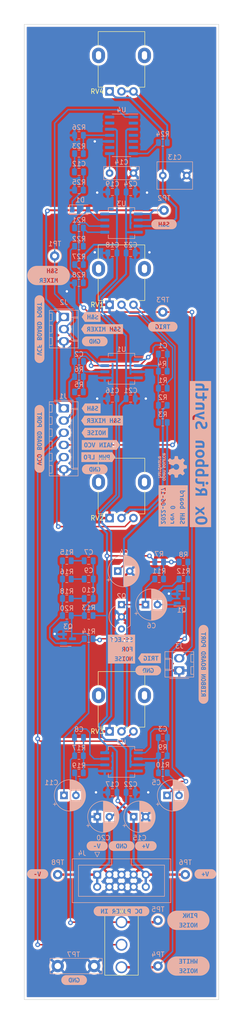
<source format=kicad_pcb>
(kicad_pcb (version 20211014) (generator pcbnew)
  (title_block (title "Josh Ox Ribbon Synth Sample and Hold Board") (date "2022-07-21") (rev "0") (comment 2 "creativecommons.org/licences/by/4.0") (comment 3 "license: CC by 4.0") (comment 4 "Author: Jordan Aceto"))
  (layers (0 "F.Cu" signal) (31 "B.Cu" signal) (34 "B.Paste" user) (35 "F.Paste" user) (36 "B.SilkS" user "B.Silkscreen") (37 "F.SilkS" user "F.Silkscreen") (38 "B.Mask" user) (39 "F.Mask" user) (44 "Edge.Cuts" user))
  (net 0 "")
  (net 1 "Net-(C1-Pad1)")
  (net 2 "Net-(C1-Pad2)")
  (net 3 "Net-(C2-Pad1)")
  (net 4 "/S&H_MIXER")
  (net 5 "Net-(C3-Pad1)")
  (net 6 "Net-(C3-Pad2)")
  (net 7 "Net-(C4-Pad1)")
  (net 8 "GND")
  (net 9 "Net-(C5-Pad1)")
  (net 10 "Net-(C5-Pad2)")
  (net 11 "Net-(C6-Pad1)")
  (net 12 "Net-(C6-Pad2)")
  (net 13 "Net-(C7-Pad1)")
  (net 14 "Net-(C10-Pad2)")
  (net 15 "Net-(C8-Pad1)")
  (net 16 "Net-(C8-Pad2)")
  (net 17 "Net-(C9-Pad1)")
  (net 18 "Net-(C10-Pad1)")
  (net 19 "Net-(C11-Pad2)")
  (net 20 "Net-(C12-Pad1)")
  (net 21 "Net-(C12-Pad2)")
  (net 22 "Net-(C13-Pad1)")
  (net 23 "Net-(C14-Pad1)")
  (net 24 "+15V")
  (net 25 "-15V")
  (net 26 "/S&H")
  (net 27 "/noise_generator/NOISE_OUT")
  (net 28 "/s&h_mixer/MAIN_VCO")
  (net 29 "/s&h_mixer/PWM_LFO")
  (net 30 "/sample_and_hold/TRIGGER_IN")
  (net 32 "Net-(Q3-Pad1)")
  (net 33 "Net-(R1-Pad1)")
  (net 34 "Net-(R2-Pad1)")
  (net 35 "Net-(R3-Pad1)")
  (net 36 "Net-(R21-Pad1)")
  (net 37 "Net-(R23-Pad2)")
  (net 38 "Net-(R24-Pad1)")
  (net 39 "Net-(R24-Pad2)")
  (net 40 "Net-(R27-Pad2)")
  (net 48 "Net-(D1-Pad2)")
  (footprint "Potentiometer_THT:Potentiometer_Alpha_RD901F-40-00D_Single_Vertical" (layer "F.Cu") (at 101.64 179.715 90)
    (fp_text reference "RV3")
    (fp_text value "100k")
  )
  (footprint "custom_footprints:SPDT_mini_toggle" (layer "F.Cu") (at 104.14 224.165 180)
    (fp_text reference "SW1")
    (fp_text value "SW_SPDT")
  )
  (footprint "Potentiometer_THT:Potentiometer_Alpha_RD901F-40-00D_Single_Vertical" (layer "F.Cu") (at 101.64 90.815 90)
    (fp_text reference "RV1")
    (fp_text value "100k")
  )
  (footprint "Potentiometer_THT:Potentiometer_Alpha_RD901F-40-00D_Single_Vertical" (layer "F.Cu") (at 101.64 135.265 90)
    (fp_text reference "RV2")
    (fp_text value "100k")
  )
  (footprint "Potentiometer_THT:Potentiometer_Alpha_RD901F-40-00D_Single_Vertical" (layer "F.Cu") (at 101.64 46.365 90)
    (fp_text reference "RV4")
    (fp_text value "1M")
  )
  (footprint "Resistor_SMD:R_0805_2012Metric" (layer "B.Cu") (at 112.776 108.214 180)
    (fp_text reference "R1")
    (fp_text value "100k")
  )
  (footprint "Resistor_SMD:R_0805_2012Metric" (layer "B.Cu") (at 112.014 144.409)
    (fp_text reference "R7")
    (fp_text value "47")
  )
  (footprint "kibuzzard-62AC78CB" (layer "B.Cu") (at 104.14 217.18 180)
    (fp_text reference "kibuzzard-62AC78CB" hide)
    (fp_text value "G***" hide)
  )
  (footprint "kibuzzard-62AC8121" (layer "B.Cu") (at 109.982 164.475 180)
    (fp_text reference "kibuzzard-62AC8121" hide)
    (fp_text value "G***" hide)
  )
  (footprint "kibuzzard-62AC822A" (layer "B.Cu") (at 86.995 95.895 90)
    (fp_text reference "kibuzzard-62AC822A" hide)
    (fp_text value "G***" hide)
  )
  (footprint "Package_SO:SO-8_5.3x6.2mm_P1.27mm" (layer "B.Cu") (at 104.14 186.065 180)
    (fp_text reference "U2")
    (fp_text value "TL072")
  )
  (footprint "kibuzzard-62AC819F" (layer "B.Cu") (at 99.314 122.565 180)
    (fp_text reference "kibuzzard-62AC819F" hide)
    (fp_text value "G***" hide)
  )
  (footprint "Resistor_SMD:R_0805_2012Metric" (layer "B.Cu") (at 112.776 104.658)
    (fp_text reference "R4")
    (fp_text value "100k")
  )
  (footprint "Package_TO_SOT_SMD:SOT-23" (layer "B.Cu") (at 116.734 152.029)
    (fp_text reference "Q1")
    (fp_text value "MMBT3904")
  )
  (footprint "kibuzzard-62AC755C" (layer "B.Cu") (at 94.234 231.531 180)
    (fp_text reference "kibuzzard-62AC755C" hide)
    (fp_text value "G***" hide)
  )
  (footprint "Resistor_SMD:R_0805_2012Metric" (layer "B.Cu") (at 92.71 147.965)
    (fp_text reference "R16")
    (fp_text value "100k")
  )
  (footprint "Capacitor_SMD:C_0805_2012Metric" (layer "B.Cu") (at 112.776 101.102)
    (fp_text reference "C1")
    (fp_text value "100p")
  )
  (footprint "Capacitor_THT:CP_Radial_D6.3mm_P2.50mm" (layer "B.Cu") (at 113.665 193.05)
    (fp_text reference "C5")
    (fp_text value "10u")
  )
  (footprint "kibuzzard-62AC813F" (layer "B.Cu") (at 97.79 93.355 180)
    (fp_text reference "kibuzzard-62AC813F" hide)
    (fp_text value "G***" hide)
  )
  (footprint "Capacitor_THT:C_Rect_L7.2mm_W2.5mm_P5.00mm_FKS2_FKP2_MKS2_MKP2" (layer "B.Cu") (at 101.64 63.383)
    (fp_text reference "C14")
    (fp_text value "2n2")
  )
  (footprint "Resistor_SMD:R_0805_2012Metric" (layer "B.Cu") (at 95.25 74.813 180)
    (fp_text reference "R21")
    (fp_text value "1M")
  )
  (footprint "Capacitor_THT:CP_Radial_D6.3mm_P2.50mm" (layer "B.Cu") (at 103.359621 146.314)
    (fp_text reference "C4")
    (fp_text value "47u")
  )
  (footprint "kibuzzard-62AC8282" (layer "B.Cu") (at 118.11 228.61 180)
    (fp_text reference "kibuzzard-62AC8282" hide)
    (fp_text value "G***" hide)
  )
  (footprint "kibuzzard-62AC8240" (layer "B.Cu") (at 86.995 118.755 90)
    (fp_text reference "kibuzzard-62AC8240" hide)
    (fp_text value "G***" hide)
  )
  (footprint "Resistor_SMD:R_0805_2012Metric" (layer "B.Cu") (at 97.282 160.411 180)
    (fp_text reference "R14")
    (fp_text value "82k")
  )
  (footprint "Capacitor_SMD:C_0805_2012Metric" (layer "B.Cu") (at 95.25 102.626 180)
    (fp_text reference "C2")
    (fp_text value "100p")
  )
  (footprint "Capacitor_THT:CP_Radial_D6.3mm_P2.50mm" (layer "B.Cu") (at 99.1 197.495)
    (fp_text reference "C20")
    (fp_text value "10u")
  )
  (footprint "Resistor_SMD:R_0805_2012Metric" (layer "B.Cu") (at 95.25 66.939 180)
    (fp_text reference "R25")
    (fp_text value "10k")
  )
  (footprint "kibuzzard-62AC755C" (layer "B.Cu") (at 104.14 203.591 180)
    (fp_text reference "kibuzzard-62AC755C" hide)
    (fp_text value "G***" hide)
  )
  (footprint "Package_SO:SO-8_5.3x6.2mm_P1.27mm" (layer "B.Cu") (at 104.14 73.797 180)
    (fp_text reference "U3")
    (fp_text value "TL072")
  )
  (footprint "kibuzzard-62AC792A" (layer "B.Cu") (at 99.06 203.591 180)
    (fp_text reference "kibuzzard-62AC792A" hide)
    (fp_text value "G***" hide)
  )
  (footprint "TestPoint:TestPoint_Keystone_5000-5004_Miniature" (layer "B.Cu") (at 117.475 209.56)
    (fp_text reference "TP6")
    (fp_text value "V+")
  )
  (footprint "kibuzzard-62AC81C6" (layer "B.Cu") (at 113.03 74.051 180)
    (fp_text reference "kibuzzard-62AC81C6" hide)
    (fp_text value "G***" hide)
  )
  (footprint "Package_SO:SO-8_5.3x6.2mm_P1.27mm" (layer "B.Cu") (at 104.14 104.15 180)
    (fp_text reference "U1")
    (fp_text value "TL072")
  )
  (footprint "Resistor_SMD:R_0805_2012Metric" (layer "B.Cu") (at 112.776 115.326 180)
    (fp_text reference "R3")
    (fp_text value "47k")
  )
  (footprint "Capacitor_THT:CP_Radial_D6.3mm_P2.50mm" (layer "B.Cu") (at 109.154 153.299)
    (fp_text reference "C6")
    (fp_text value "47u")
  )
  (footprint "Connector_Molex:Molex_KK-254_AE-6410-02A_1x02_P2.54mm_Vertical" (layer "B.Cu") (at 116.205 167.015 90)
    (fp_text reference "J3")
    (fp_text value "ribbon_port")
  )
  (footprint "Resistor_SMD:R_0805_2012Metric" (layer "B.Cu") (at 112.014 147.965 180)
    (fp_text reference "R11")
    (fp_text value "47k")
  )
  (footprint "Capacitor_SMD:C_0805_2012Metric" (layer "B.Cu") (at 97.282 147.965)
    (fp_text reference "C9")
    (fp_text value "3n3")
  )
  (footprint "Capacitor_SMD:C_0805_2012Metric" (layer "B.Cu") (at 112.776 180.985)
    (fp_text reference "C3")
    (fp_text value "10p")
  )
  (footprint "Capacitor_SMD:C_0805_2012Metric" (layer "B.Cu") (at 106.045 110.373 180)
    (fp_text reference "C21")
    (fp_text value "100n")
  )
  (footprint "Resistor_SMD:R_0805_2012Metric" (layer "B.Cu") (at 95.25 78.623)
    (fp_text reference "R22")
    (fp_text value "10k")
  )
  (footprint "Resistor_SMD:R_0805_2012Metric" (layer "B.Cu") (at 92.71 152.029)
    (fp_text reference "R18")
    (fp_text value "390k")
  )
  (footprint "Capacitor_SMD:C_0805_2012Metric" (layer "B.Cu") (at 102.235 110.373 180)
    (fp_text reference "C16")
    (fp_text value "100n")
  )
  (footprint "Capacitor_SMD:C_0805_2012Metric" (layer "B.Cu") (at 97.282 144.155)
    (fp_text reference "C7")
    (fp_text value "1n")
  )
  (footprint "TestPoint:TestPoint_Bridge_Pitch7.62mm_Drill1.3mm" (layer "B.Cu") (at 90.805 228.61)
    (fp_text reference "TP7")
    (fp_text value "GND")
  )
  (footprint "Resistor_SMD:R_0805_2012Metric" (layer "B.Cu") (at 95.25 105.801 180)
    (fp_text reference "R6")
    (fp_text value "100k")
  )
  (footprint "Capacitor_SMD:C_0805_2012Metric" (layer "B.Cu") (at 106.045 192.415 180)
    (fp_text reference "C22")
    (fp_text value "100n")
  )
  (footprint "Resistor_SMD:R_0805_2012Metric" (layer "B.Cu") (at 92.71 155.585)
    (fp_text reference "R20")
    (fp_text value "1M")
  )
  (footprint "Resistor_SMD:R_0805_2012Metric" (layer "B.Cu") (at 117.094 144.409)
    (fp_text reference "R8")
    (fp_text value "10k")
  )
  (footprint "Resistor_SMD:R_0805_2012Metric" (layer "B.Cu") (at 97.282 155.585 180)
    (fp_text reference "R13")
    (fp_text value "3k9")
  )
  (footprint "Connector_Molex:Molex_KK-254_AE-6410-06A_1x06_P2.54mm_Vertical" (layer "B.Cu") (at 92.075 112.405 -90)
    (fp_text reference "J1")
    (fp_text value "VCO_port")
  )
  (footprint "Connector_Molex:Molex_KK-254_AE-6410-03A_1x03_P2.54mm_Vertical" (layer "B.Cu") (at 92.095 93.355 -90)
    (fp_text reference "J2")
    (fp_text value "VCF_port")
  )
  (footprint "Resistor_SMD:R_0805_2012Metric" (layer "B.Cu") (at 92.71 144.155)
    (fp_text reference "R15")
    (fp_text value "18k")
  )
  (footprint "Resistor_SMD:R_0805_2012Metric" (layer "B.Cu") (at 95.25 188.351)
    (fp_text reference "R19")
    (fp_text value "10k")
  )
  (footprint "Resistor_SMD:R_0805_2012Metric" (layer "B.Cu") (at 95.25 184.795 180)
    (fp_text reference "R17")
    (fp_text value "470k")
  )
  (footprint "kibuzzard-62AC791A" (layer "B.Cu") (at 121.666 209.433 180)
    (fp_text reference "kibuzzard-62AC791A" hide)
    (fp_text value "G***" hide)
  )
  (footprint "TestPoint:TestPoint_Keystone_5000-5004_Miniature" (layer "B.Cu") (at 112.776 92.339)
    (fp_text reference "TP3")
    (fp_text value "trigger")
  )
  (footprint "Capacitor_SMD:C_0805_2012Metric" (layer "B.Cu") (at 102.235 192.415 180)
    (fp_text reference "C17")
    (fp_text value "100n")
  )
  (footprint "Capacitor_SMD:C_0805_2012Metric" (layer "B.Cu") (at 102.235 67.32 180)
    (fp_text reference "C19")
    (fp_text value "100n")
  )
  (footprint "kibuzzard-62AC813F" (layer "B.Cu") (at 97.79 112.405 180)
    (fp_text reference "kibuzzard-62AC813F" hide)
    (fp_text value "G***" hide)
  )
  (footprint "Capacitor_THT:CP_Radial_D6.3mm_P2.50mm" (layer "B.Cu") (at 106.68 197.495)
    (fp_text reference "C15")
    (fp_text value "10u")
  )
  (footprint "kibuzzard-62AC8151" (layer "B.Cu") (at 100.076 95.895 180)
    (fp_text reference "kibuzzard-62AC8151" hide)
    (fp_text value "G***" hide)
  )
  (footprint "kibuzzard-62AC755C" (layer "B.Cu") (at 109.728 167.015 180)
    (fp_text reference "kibuzzard-62AC755C" hide)
    (fp_text value "G***" hide)
  )
  (footprint "kibuzzard-62AC8271" (layer "B.Cu") (at 118.11 219.085 180)
    (fp_text reference "kibuzzard-62AC8271" hide)
    (fp_text value "G***" hide)
  )
  (footprint "Package_TO_SOT_SMD:SOT-23" (layer "B.Cu") (at 92.964 160.411)
    (fp_text reference "Q3")
    (fp_text value "MMBT3904")
  )
  (footprint "TestPoint:TestPoint_Keystone_5000-5004_Miniature" (layer "B.Cu") (at 90.17 80.655)
    (fp_text reference "TP1")
    (fp_text value "S&H mixer")
  )
  (footprint "TestPoint:TestPoint_Keystone_5000-5004_Miniature" (layer "B.Cu") (at 111.76 219.085)
    (fp_text reference "TP5")
    (fp_text value "pink noise")
  )
  (footprint "kibuzzard-62AC818C" (layer "B.Cu") (at 99.822 120.025 180)
    (fp_text reference "kibuzzard-62AC818C" hide)
    (fp_text value "G***" hide)
  )
  (footprint "TestPoint:TestPoint_Keystone_5000-5004_Miniature" (layer "B.Cu") (at 90.805 209.56)
    (fp_text reference "TP8")
    (fp_text value "V-")
  )
  (footprint "Resistor_SMD:R_0805_2012Metric" (layer "B.Cu") (at 112.776 57.033)
    (fp_text reference "R24")
    (fp_text value "150")
  )
  (footprint "Resistor_SMD:R_0805_2012Metric" (layer "B.Cu") (at 117.094 147.965 180)
    (fp_text reference "R12")
    (fp_text value "150k")
  )
  (footprint "Resistor_SMD:R_0805_2012Metric" (layer "B.Cu") (at 95.25 82.433 180)
    (fp_text reference "R27")
    (fp_text value "100k")
  )
  (footprint "Capacitor_THT:CP_Radial_D6.3mm_P2.50mm" (layer "B.Cu") (at 92.115 193.05)
    (fp_text reference "C11")
    (fp_text value "10u")
  )
  (footprint "TestPoint:TestPoint_Keystone_5000-5004_Miniature" (layer "B.Cu") (at 111.76 228.61)
    (fp_text reference "TP4")
    (fp_text value "white noise")
  )
  (footprint "kibuzzard-62AC791A" (layer "B.Cu") (at 109.22 203.591 180)
    (fp_text reference "kibuzzard-62AC791A" hide)
    (fp_text value "G***" hide)
  )
  (footprint "Capacitor_SMD:C_0805_2012Metric" (layer "B.Cu") (at 95.25 63.129 180)
    (fp_text reference "C12")
    (fp_text value "2n2")
  )
  (footprint "kibuzzard-62AC792A" (layer "B.Cu") (at 86.614 209.433 180)
    (fp_text reference "kibuzzard-62AC792A" hide)
    (fp_text value "G***" hide)
  )
  (footprint "Connector_IDC:IDC-Header_2x05_P2.54mm_Vertical" (layer "B.Cu") (at 99.06 209.56 -90)
    (fp_text reference "J4")
    (fp_text value "power_entry")
  )
  (footprint "Symbol:OSHW-Logo_5.7x6mm_SilkScreen" (layer "B.Cu") (at 114.808 124.597 90)
    (fp_text reference "REF**" hide)
    (fp_text value "OSHW-Logo_5.7x6mm_SilkScreen" hide)
  )
  (footprint "Resistor_SMD:R_0805_2012Metric" (layer "B.Cu") (at 95.25 86.243 180)
    (fp_text reference "R28")
    (fp_text value "10k")
  )
  (footprint "Capacitor_THT:C_Rect_L7.2mm_W5.5mm_P5.00mm_FKS2_FKP2_MKS2_MKP2" (layer "B.Cu") (at 112.776 63.891)
    (fp_text reference "C13")
    (fp_text value "470n")
  )
  (footprint "kibuzzard-62AC755C" (layer "B.Cu") (at 98.552 98.435 180)
    (fp_text reference "kibuzzard-62AC755C" hide)
    (fp_text value "G***" hide)
  )
  (footprint "Resistor_SMD:R_0805_2012Metric" (layer "B.Cu") (at 95.25 108.976)
    (fp_text reference "R5")
    (fp_text value "100k")
  )
  (footprint "kibuzzard-62AC7A9F" (layer "B.Cu") (at 120.65 121.93 90)
    (fp_text reference "kibuzzard-62AC7A9F" hide)
    (fp_text value "G***" hide)
  )
  (footprint "kibuzzard-62AC82DF" (layer "B.Cu") (at 114.935 132.725 90)
    (fp_text reference "kibuzzard-62AC82DF" hide)
    (fp_text value "G***" hide)
  )
  (footprint "Capacitor_SMD:C_0805_2012Metric" (layer "B.Cu") (at 102.235 80.02 180)
    (fp_text reference "C18")
    (fp_text value "100n")
  )
  (footprint "Capacitor_SMD:C_0805_2012Metric" (layer "B.Cu") (at 106.045 80.02 180)
    (fp_text reference "C23")
    (fp_text value "100n")
  )
  (footprint "Resistor_SMD:R_0805_2012Metric" (layer "B.Cu") (at 95.25 59.319)
    (fp_text reference "R23")
    (fp_text value "5k6")
  )
  (footprint "Capacitor_SMD:C_0805_2012Metric" (layer "B.Cu") (at 97.282 152.029)
    (fp_text reference "C10")
    (fp_text value "47n")
  )
  (footprint "kibuzzard-62AC8170" (layer "B.Cu") (at 98.552 117.485 180)
    (fp_text reference "kibuzzard-62AC8170" hide)
    (fp_text value "G***" hide)
  )
  (footprint "Capacitor_SMD:C_0805_2012Metric" (layer "B.Cu") (at 106.045 67.32 180)
    (fp_text reference "C24")
    (fp_text value "100n")
  )
  (footprint "Resistor_SMD:R_0805_2012Metric" (layer "B.Cu") (at 112.776 188.351 180)
    (fp_text reference "R10")
    (fp_text value "33k")
  )
  (footprint "Capacitor_SMD:C_0805_2012Metric" (layer "B.Cu") (at 95.25 180.985 180)
    (fp_text reference "C8")
    (fp_text value "10p")
  )
  (footprint "Resistor_SMD:R_0805_2012Metric" (layer "B.Cu") (at 112.776 184.795)
    (fp_text reference "R9")
    (fp_text value "470k")
  )
  (footprint "Package_SO:SOIC-14_3.9x8.7mm_P1.27mm" (layer "B.Cu") (at 104.14 55.509 180)
    (fp_text reference "U4")
    (fp_text value "LF398_SOIC14")
  )
  (footprint "kibuzzard-62AC81E3" (layer "B.Cu") (at 88.9 84.719 180)
    (fp_text reference "kibuzzard-62AC81E3" hide)
    (fp_text value "G***" hide)
  )
  (footprint "kibuzzard-62AC8254" (layer "B.Cu") (at 121.285 165.745 90)
    (fp_text reference "kibuzzard-62AC8254" hide)
    (fp_text value "G***" hide)
  )
  (footprint "Resistor_SMD:R_0805_2012Metric" (layer "B.Cu") (at 95.25 55.509 180)
    (fp_text reference "R26")
    (fp_text value "1k8")
  )
  (footprint "Package_TO_SOT_THT:TO-92_Inline_Wide" (layer "B.Cu") (at 104.14 153.299 -90)
    (fp_text reference "Q2")
    (fp_text value "2N3904")
  )
  (footprint "kibuzzard-62AC8151" (layer "B.Cu") (at 100.076 114.945 180)
    (fp_text reference "kibuzzard-62AC8151" hide)
    (fp_text value "G***" hide)
  )
  (footprint "kibuzzard-62AC82BB" (layer "B.Cu") (at 104.14 162.57 180)
    (fp_text reference "kibuzzard-62AC82BB" hide)
    (fp_text value "G***" hide)
  )
  (footprint "Diode_SMD:D_SOD-123" (layer "B.Cu") (at 95.504 71.003)
    (fp_text reference "D1")
    (fp_text value "1N4148W")
  )
  (footprint "Resistor_SMD:R_0805_2012Metric" (layer "B.Cu") (at 112.776 111.77 180)
    (fp_text reference "R2")
    (fp_text value "100k")
  )
  (footprint "TestPoint:TestPoint_Keystone_5000-5004_Miniature" (layer "B.Cu") (at 113.03 71.13)
    (fp_text reference "TP2")
    (fp_text value "S&H")
  )
  (footprint "kibuzzard-62AC8211" (layer "B.Cu") (at 112.776 95.387 180)
    (fp_text reference "kibuzzard-62AC8211" hide)
    (fp_text value "G***" hide)
  )
  (footprint "kibuzzard-62AC755C" (layer "B.Cu") (at 98.552 125.105 180)
    (fp_text reference "kibuzzard-62AC755C" hide)
    (fp_text value "G***" hide)
  )
  (gr_line (start 83.82 235.595) (end 124.46 235.595) (layer "Edge.Cuts") (width 0.1))
  (gr_line (start 124.46 32.395) (end 83.82 32.395) (layer "Edge.Cuts") (width 0.1))
  (gr_line (start 124.46 235.595) (end 124.46 32.395) (layer "Edge.Cuts") (width 0.1))
  (gr_line (start 83.82 32.395) (end 83.82 235.595) (layer "Edge.Cuts") (width 0.1))
  (segment (start 111.826 101.102) (end 111.826 103.835) (width 0.3) (layer "B.Cu") (net 1))
  (segment (start 111.826 103.835) (end 111.826 115.2885) (width 0.3) (layer "B.Cu") (net 1))
  (segment (start 111.506 103.515) (end 111.826 103.835) (width 0.3) (layer "B.Cu") (net 1))
  (segment (start 107.64 103.515) (end 111.506 103.515) (width 0.3) (layer "B.Cu") (net 1))
  (segment (start 111.826 115.2885) (end 111.8635 115.326) (width 0.3) (layer "B.Cu") (net 1))
  (segment (start 97.79 103.515) (end 107.95 103.515) (width 0.3) (layer "F.Cu") (net 2))
  (segment (start 107.95 103.515) (end 109.728 101.737) (width 0.3) (layer "F.Cu") (net 2))
  (via (at 109.728 101.737) (size 1) (drill 0.5) (layers "F.Cu" "B.Cu") (net 2))
  (via (at 97.79 103.515) (size 1) (drill 0.5) (layers "F.Cu" "B.Cu") (net 2))
  (segment (start 110.744 99.705) (end 111.252 99.197) (width 0.3) (layer "B.Cu") (net 2))
  (segment (start 110.744 100.721) (end 110.744 99.705) (width 0.3) (layer "B.Cu") (net 2))
  (segment (start 95.25 102.003151) (end 95.701671 101.55148) (width 0.3) (layer "B.Cu") (net 2))
  (segment (start 96.698329 101.55148) (end 97.79 102.643151) (width 0.3) (layer "B.Cu") (net 2))
  (segment (start 111.252 99.197) (end 112.687433 99.197) (width 0.3) (layer "B.Cu") (net 2))
  (segment (start 94.3375 108.976) (end 95.25 108.0635) (width 0.3) (layer "B.Cu") (net 2))
  (segment (start 95.25 108.0635) (end 95.25 102.003151) (width 0.3) (layer "B.Cu") (net 2))
  (segment (start 112.687433 99.197) (end 113.726 100.235567) (width 0.3) (layer "B.Cu") (net 2))
  (segment (start 109.22 102.245) (end 110.744 100.721) (width 0.3) (layer "B.Cu") (net 2))
  (segment (start 113.726 100.235567) (end 113.726 101.102) (width 0.3) (layer "B.Cu") (net 2))
  (segment (start 97.79 102.643151) (end 97.79 103.515) (width 0.3) (layer "B.Cu") (net 2))
  (segment (start 95.701671 101.55148) (end 96.698329 101.55148) (width 0.3) (layer "B.Cu") (net 2))
  (segment (start 107.64 102.245) (end 109.22 102.245) (width 0.3) (layer "B.Cu") (net 2))
  (segment (start 113.726 101.102) (end 113.726 104.6205) (width 0.3) (layer "B.Cu") (net 2))
  (segment (start 113.726 104.6205) (end 113.6885 104.658) (width 0.3) (layer "B.Cu") (net 2))
  (segment (start 100.64 104.785) (end 96.52 104.785) (width 0.3) (layer "B.Cu") (net 3))
  (segment (start 96.2 102.626) (end 96.2 104.465) (width 0.3) (layer "B.Cu") (net 3))
  (segment (start 96.2 104.465) (end 96.2 108.9385) (width 0.3) (layer "B.Cu") (net 3))
  (segment (start 96.2 108.9385) (end 96.1625 108.976) (width 0.3) (layer "B.Cu") (net 3))
  (segment (start 96.52 104.785) (end 96.2 104.465) (width 0.3) (layer "B.Cu") (net 3))
  (segment (start 93.98 94.01) (end 93.98 92.339) (width 0.3) (layer "B.Cu") (net 4))
  (segment (start 94.3 98.1) (end 92.095 95.895) (width 0.3) (layer "B.Cu") (net 4))
  (segment (start 94.3 102.626) (end 94.3 98.1) (width 0.3) (layer "B.Cu") (net 4))
  (segment (start 90.17 88.529) (end 90.17 80.655) (width 0.3) (layer "B.Cu") (net 4))
  (segment (start 92.095 95.895) (end 93.98 94.01) (width 0.3) (layer "B.Cu") (net 4))
  (segment (start 104.902 51.699) (end 106.615 51.699) (width 0.3) (layer "B.Cu") (net 4))
  (segment (start 96.774 100.721) (end 94.3 100.721) (width 0.3) (layer "B.Cu") (net 4))
  (segment (start 94.3 100.721) (end 94.3 102.626) (width 0.3) (layer "B.Cu") (net 4))
  (segment (start 92.075 114.945) (end 92.456 114.945) (width 0.4) (layer "B.Cu") (net 4))
  (segment (start 92.964 50.175) (end 103.378 50.175) (width 0.3) (layer "B.Cu") (net 4))
  (segment (start 99.568 103.515) (end 96.774 100.721) (width 0.3) (layer "B.Cu") (net 4))
  (segment (start 92.456 114.945) (end 93.98 113.421) (width 0.4) (layer "B.Cu") (net 4))
  (segment (start 93.218 110.057279) (end 93.218 106.9205) (width 0.4) (layer "B.Cu") (net 4))
  (segment (start 93.98 92.339) (end 90.17 88.529) (width 0.3) (layer "B.Cu") (net 4))
  (segment (start 93.98 110.819279) (end 93.218 110.057279) (width 0.4) (layer "B.Cu") (net 4))
  (segment (start 93.218 106.9205) (end 94.3375 105.801) (width 0.4) (layer "B.Cu") (net 4))
  (segment (start 94.3 105.7635) (end 94.3375 105.801) (width 0.3) (layer "B.Cu") (net 4))
  (segment (start 100.64 103.515) (end 99.568 103.515) (width 0.3) (layer "B.Cu") (net 4))
  (segment (start 103.378 50.175) (end 104.902 51.699) (width 0.3) (layer "B.Cu") (net 4))
  (segment (start 93.98 113.421) (end 93.98 110.819279) (width 0.4) (layer "B.Cu") (net 4))
  (segment (start 90.17 80.655) (end 90.17 52.969) (width 0.3) (layer "B.Cu") (net 4))
  (segment (start 90.17 52.969) (end 92.964 50.175) (width 0.3) (layer "B.Cu") (net 4))
  (segment (start 94.3 102.626) (end 94.3 105.7635) (width 0.3) (layer "B.Cu") (net 4))
  (segment (start 111.826 180.985) (end 111.826 188.3135) (width 0.3) (layer "B.Cu") (net 5))
  (segment (start 111.2285 185.43) (end 111.8635 184.795) (width 0.3) (layer "B.Cu") (net 5))
  (segment (start 111.826 188.3135) (end 111.8635 188.351) (width 0.3) (layer "B.Cu") (net 5))
  (segment (start 107.64 185.43) (end 111.2285 185.43) (width 0.3) (layer "B.Cu") (net 5))
  (segment (start 104.14 228.865) (end 111.505 228.865) (width 0.5) (layer "F.Cu") (net 6))
  (segment (start 111.505 228.865) (end 111.76 228.61) (width 0.5) (layer "F.Cu") (net 6))
  (segment (start 110.236 183.017) (end 110.236 179.969) (width 0.3) (layer "B.Cu") (net 6))
  (segment (start 113.6885 184.795) (end 112.776 185.7075) (width 0.3) (layer "B.Cu") (net 6))
  (segment (start 109.093 184.16) (end 110.236 183.017) (width 0.3) (layer "B.Cu") (net 6))
  (segment (start 113.284 179.207) (end 113.726 179.649) (width 0.3) (layer "B.Cu") (net 6))
  (segment (start 110.998 179.207) (end 113.284 179.207) (width 0.3) (layer "B.Cu") (net 6))
  (segment (start 114.814511 191.900489) (end 114.814511 225.555489) (width 0.3) (layer "B.Cu") (net 6))
  (segment (start 112.776 189.861978) (end 114.814511 191.900489) (width 0.3) (layer "B.Cu") (net 6))
  (segment (start 113.726 180.985) (end 113.726 184.7575) (width 0.3) (layer "B.Cu") (net 6))
  (segment (start 113.726 184.7575) (end 113.6885 184.795) (width 0.3) (layer "B.Cu") (net 6))
  (segment (start 114.814511 225.555489) (end 111.76 228.61) (width 0.3) (layer "B.Cu") (net 6))
  (segment (start 110.236 179.969) (end 110.998 179.207) (width 0.3) (layer "B.Cu") (net 6))
  (segment (start 113.726 179.649) (end 113.726 180.985) (width 0.3) (layer "B.Cu") (net 6))
  (segment (start 112.776 185.7075) (end 112.776 189.861978) (width 0.3) (layer "B.Cu") (net 6))
  (segment (start 107.64 184.16) (end 109.093 184.16) (width 0.3) (layer "B.Cu") (net 6))
  (segment (start 105.264621 144.409) (end 114.554 144.409) (width 0.3) (layer "F.Cu") (net 7))
  (segment (start 103.359621 146.314) (end 105.264621 144.409) (width 0.3) (layer "F.Cu") (net 7))
  (via (at 114.554 144.409) (size 1) (drill 0.5) (layers "F.Cu" "B.Cu") (net 7))
  (segment (start 112.9265 147.965) (end 112.9265 144.409) (width 0.3) (layer "B.Cu") (net 7))
  (segment (start 116.1815 144.409) (end 114.554 144.409) (width 0.3) (layer "B.Cu") (net 7))
  (segment (start 114.554 144.409) (end 112.9265 144.409) (width 0.3) (layer "B.Cu") (net 7))
  (via (at 109.728 192.415) (size 1) (drill 0.5) (layers "F.Cu" "B.Cu") (net 8))
  (via (at 92.71 88.021) (size 1) (drill 0.5) (layers "F.Cu" "B.Cu") (net 8))
  (via (at 98.552 79.893) (size 1) (drill 0.5) (layers "F.Cu" "B.Cu") (net 8))
  (via (at 114.046 151.013) (size 1) (drill 0.5) (layers "F.Cu" "B.Cu") (net 8))
  (via (at 109.474 67.447) (size 1) (drill 0.5) (layers "F.Cu" "B.Cu") (net 8))
  (via (at 99.06 67.447) (size 1) (drill 0.5) (layers "F.Cu" "B.Cu") (net 8))
  (via (at 99.06 110.373) (size 1) (drill 0.5) (layers "F.Cu" "B.Cu") (net 8))
  (via (at 98.806 192.415) (size 1) (drill 0.5) (layers "F.Cu" "B.Cu") (net 8))
  (via (at 98.552 56.779) (size 1) (drill 0.5) (layers "F.Cu" "B.Cu") (net 8))
  (via (at 90.17 159.395) (size 1) (drill 0.5) (layers "F.Cu" "B.Cu") (net 8))
  (via (at 109.22 110.373) (size 1) (drill 0.5) (layers "F.Cu" "B.Cu") (net 8))
  (via (at 109.982 79.893) (size 1) (drill 0.5) (layers "F.Cu" "B.Cu") (net 8))
  (segment (start 117.602 190.129) (end 116.586 190.129) (width 0.3) (layer "F.Cu") (net 9))
  (segment (start 117.348 160.411) (end 99.822 160.411) (width 0.3) (layer "F.Cu") (net 9))
  (segment (start 116.586 190.129) (end 113.665 193.05) (width 0.3) (layer "F.Cu") (net 9))
  (segment (start 99.822 160.411) (end 99.568 160.665) (width 0.3) (layer "F.Cu") (net 9))
  (via (at 117.602 190.129) (size 1) (drill 0.5) (layers "F.Cu" "B.Cu") (net 9))
  (via (at 117.348 160.411) (size 1) (drill 0.5) (layers "F.Cu" "B.Cu") (net 9))
  (via (at 99.568 160.665) (size 1) (drill 0.5) (layers "F.Cu" "B.Cu") (net 9))
  (segment (start 117.348 160.411) (end 114.76048 162.99852) (width 0.3) (layer "B.Cu") (net 9))
  (segment (start 114.76048 162.99852) (end 114.76048 187.28748) (width 0.3) (layer "B.Cu") (net 9))
  (segment (start 117.6715 148.3) (end 118.0065 147.965) (width 0.3) (layer "B.Cu") (net 9))
  (segment (start 114.76048 187.28748) (end 117.602 190.129) (width 0.3) (layer "B.Cu") (net 9))
  (segment (start 117.6715 152.029) (end 117.6715 160.0875) (width 0.3) (layer "B.Cu") (net 9))
  (segment (start 117.6715 152.029) (end 117.6715 148.3) (width 0.3) (layer "B.Cu") (net 9))
  (segment (start 98.4485 160.665) (end 98.1945 160.411) (width 0.3) (layer "B.Cu") (net 9))
  (segment (start 117.6715 160.0875) (end 117.348 160.411) (width 0.3) (layer "B.Cu") (net 9))
  (segment (start 99.568 160.665) (end 98.4485 160.665) (width 0.3) (layer "B.Cu") (net 9))
  (segment (start 118.0065 147.965) (end 118.0065 144.409) (width 0.3) (layer "B.Cu") (net 9))
  (segment (start 116.165 193.05) (end 116.165 190.8275) (width 0.3) (layer "B.Cu") (net 10))
  (segment (start 116.165 190.8275) (end 113.6885 188.351) (width 0.3) (layer "B.Cu") (net 10))
  (segment (start 104.14 153.299) (end 109.154 153.299) (width 0.3) (layer "F.Cu") (net 11))
  (segment (start 109.154 149.9125) (end 109.154 153.299) (width 0.3) (layer "B.Cu") (net 11))
  (segment (start 111.1015 147.965) (end 109.154 149.9125) (width 0.3) (layer "B.Cu") (net 11))
  (segment (start 114.70948 149.43702) (end 112.82798 149.43702) (width 0.3) (layer "B.Cu") (net 12))
  (segment (start 115.7965 152.979) (end 115.4765 153.299) (width 0.3) (layer "B.Cu") (net 12))
  (segment (start 112.82798 149.43702) (end 111.654 150.611) (width 0.3) (layer "B.Cu") (net 12))
  (segment (start 111.654 150.611) (end 111.654 153.299) (width 0.3) (layer "B.Cu") (net 12))
  (segment (start 116.1815 147.965) (end 114.70948 149.43702) (width 0.3) (layer "B.Cu") (net 12))
  (segment (start 115.4765 153.299) (end 111.654 153.299) (width 0.3) (layer "B.Cu") (net 12))
  (segment (start 96.332 144.155) (end 93.6225 144.155) (width 0.3) (layer "B.Cu") (net 13))
  (segment (start 97.282 159.763151) (end 96.880329 159.36148) (width 0.3) (layer "B.Cu") (net 14))
  (segment (start 92.115 193.05) (end 92.115 181.072) (width 0.3) (layer "B.Cu") (net 14))
  (segment (start 98.232 152.029) (end 98.232 144.155) (width 0.3) (layer "B.Cu") (net 14))
  (segment (start 97.282 175.905) (end 97.282 159.763151) (width 0.3) (layer "B.Cu") (net 14))
  (segment (start 93.726 155.6885) (end 93.726 160.2355) (width 0.3) (layer "B.Cu") (net 14))
  (segment (start 93.726 159.36148) (end 93.726 160.2355) (width 0.3) (layer "B.Cu") (net 14))
  (segment (start 96.880329 159.36148) (end 93.726 159.36148) (width 0.3) (layer "B.Cu") (net 14))
  (segment (start 93.6225 155.585) (end 93.726 155.6885) (width 0.3) (layer "B.Cu") (net 14))
  (segment (start 93.6225 155.585) (end 96.3695 155.585) (width 0.3) (layer "B.Cu") (net 14))
  (segment (start 96.3695 153.8915) (end 98.232 152.029) (width 0.3) (layer "B.Cu") (net 14))
  (segment (start 96.3695 155.585) (end 96.3695 153.8915) (width 0.3) (layer "B.Cu") (net 14))
  (segment (start 92.115 181.072) (end 97.282 175.905) (width 0.3) (layer "B.Cu") (net 14))
  (segment (start 93.726 160.2355) (end 93.9015 160.411) (width 0.3) (layer "B.Cu") (net 14))
  (segment (start 96.2 186.639) (end 96.2 188.3135) (width 0.3) (layer "B.Cu") (net 15))
  (segment (start 96.261 186.7) (end 96.2 186.639) (width 0.3) (layer "B.Cu") (net 15))
  (segment (start 96.2 188.3135) (end 96.1625 188.351) (width 0.3) (layer "B.Cu") (net 15))
  (segment (start 96.2 180.985) (end 96.2 186.639) (width 0.3) (layer "B.Cu") (net 15))
  (segment (start 100.64 186.7) (end 96.261 186.7) (width 0.3) (layer "B.Cu") (net 15))
  (segment (start 93.472 219.593) (end 93.6 219.465) (width 0.3) (layer "F.Cu") (net 16))
  (segment (start 111.38 219.465) (end 111.76 219.085) (width 0.5) (layer "F.Cu") (net 16))
  (segment (start 93.6 219.465) (end 104.14 219.465) (width 0.3) (layer "F.Cu") (net 16))
  (segment (start 104.14 219.465) (end 111.38 219.465) (width 0.5) (layer "F.Cu") (net 16))
  (via (at 93.472 219.593) (size 1) (drill 0.5) (layers "F.Cu" "B.Cu") (net 16))
  (segment (start 100.64 185.43) (end 98.425 185.43) (width 0.3) (layer "B.Cu") (net 16))
  (segment (start 93.465489 185.667011) (end 93.465489 219.586489) (width 0.3) (layer "B.Cu") (net 16))
  (segment (start 96.774 179.207) (end 94.742 179.207) (width 0.3) (layer "B.Cu") (net 16))
  (segment (start 94.3375 184.795) (end 93.465489 185.667011) (width 0.3) (layer "B.Cu") (net 16))
  (segment (start 94.3 180.985) (end 94.3 184.7575) (width 0.3) (layer "B.Cu") (net 16))
  (segment (start 94.3 179.649) (end 94.3 180.985) (width 0.3) (layer "B.Cu") (net 16))
  (segment (start 98.425 185.43) (end 97.536 184.541) (width 0.3) (layer "B.Cu") (net 16))
  (segment (start 93.465489 219.586489) (end 93.472 219.593) (width 0.3) (layer "B.Cu") (net 16))
  (segment (start 97.536 179.969) (end 96.774 179.207) (width 0.3) (layer "B.Cu") (net 16))
  (segment (start 94.742 179.207) (end 94.3 179.649) (width 0.3) (layer "B.Cu") (net 16))
  (segment (start 94.3 184.7575) (end 94.3375 184.795) (width 0.3) (layer "B.Cu") (net 16))
  (segment (start 97.536 184.541) (end 97.536 179.969) (width 0.3) (layer "B.Cu") (net 16))
  (segment (start 93.6225 147.965) (end 96.332 147.965) (width 0.3) (layer "B.Cu") (net 17))
  (segment (start 93.6225 152.029) (end 96.332 152.029) (width 0.3) (layer "B.Cu") (net 18))
  (segment (start 94.615 193.05) (end 94.615 188.6285) (width 0.3) (layer "B.Cu") (net 19))
  (segment (start 94.615 188.6285) (end 94.3375 188.351) (width 0.3) (layer "B.Cu") (net 19))
  (segment (start 96.2 66.9015) (end 96.1625 66.939) (width 0.3) (layer "B.Cu") (net 20))
  (segment (start 93.854 69.2475) (end 96.1625 66.939) (width 0.3) (layer "B.Cu") (net 20))
  (segment (start 93.854 71.003) (end 93.854 69.2475) (width 0.3) (layer "B.Cu") (net 20))
  (segment (start 96.2 63.129) (end 96.2 66.9015) (width 0.3) (layer "B.Cu") (net 20))
  (segment (start 94.3375 59.319) (end 94.3375 63.0915) (width 0.3) (layer "B.Cu") (net 21))
  (segment (start 94.3375 63.0915) (end 94.3 63.129) (width 0.3) (layer "B.Cu") (net 21))
  (segment (start 101.64 46.365) (end 102.939511 47.664511) (width 0.4) (layer "B.Cu") (net 22))
  (segment (start 105.947511 47.664511) (end 112.77648 54.49348) (width 0.4) (layer "B.Cu") (net 22))
  (segment (start 113.919 74.432) (end 113.792 74.432) (width 0.4) (layer "B.Cu") (net 22))
  (segment (start 112.77648 54.49348) (end 112.77648 67.70148) (width 0.4) (layer "B.Cu") (net 22))
  (segment (start 113.792 74.432) (end 107.64 74.432) (width 0.4) (layer "B.Cu") (net 22))
  (segment (start 115.57 72.781) (end 113.919 74.432) (width 0.4) (layer "B.Cu") (net 22))
  (segment (start 112.77648 67.70148) (end 115.57 70.495) (width 0.4) (layer "B.Cu") (net 22))
  (segment (start 102.939511 47.664511) (end 105.947511 47.664511) (width 0.4) (layer "B.Cu") (net 22))
  (segment (start 115.57 70.495) (end 115.57 72.781) (width 0.4) (layer "B.Cu") (net 22))
  (segment (start 101.665 59.319) (end 101.64 59.344) (width 0.3) (layer "B.Cu") (net 23))
  (segment (start 101.64 59.344) (end 101.64 63.383) (width 0.3) (layer "B.Cu") (net 23))
  (segment (start 101.10704 143.139) (end 101.09952 143.14652) (width 0.3) (layer "F.Cu") (net 24))
  (segment (start 106.68 197.495) (end 103.378 194.193) (width 0.5) (layer "F.Cu") (net 24))
  (segment (start 109.982 143.139) (end 101.10704 143.139) (width 0.3) (layer "F.Cu") (net 24))
  (segment (start 117.475 209.56) (end 109.22 209.56) (width 0.5) (layer "F.Cu") (net 24))
  (via (at 101.09952 143.14652) (size 1) (drill 0.5) (layers "F.Cu" "B.Cu") (net 24))
  (via (at 103.378 194.193) (size 1) (drill 0.5) (layers "F.Cu" "B.Cu") (net 24))
  (via (at 109.982 143.139) (size 1) (drill 0.5) (layers "F.Cu" "B.Cu") (net 24))
  (segment (start 101.092 182.763) (end 99.47649 181.14749) (width 0.4) (layer "B.Cu") (net 24))
  (segment (start 101.092 182.763) (end 101.092 183.708) (width 0.4) (layer "B.Cu") (net 24))
  (segment (start 111.1015 144.2585) (end 109.982 143.139) (width 0.3) (layer "B.Cu") (net 24))
  (segment (start 103.185 183.84) (end 102.108 182.763) (width 0.4) (layer "B.Cu") (net 24))
  (segment (start 101.09952 143.14652) (end 101.09952 138.435867) (width 0.4) (layer "B.Cu") (net 24))
  (segment (start 96.1625 82.433) (end 96.1625 80.5045) (width 0.4) (layer "B.Cu") (net 24))
  (segment (start 103.032489 130.444675) (end 103.032489 110.525511) (width 0.4) (layer "B.Cu") (net 24))
  (segment (start 101.09952 176.573644) (end 101.09952 155.59252) (width 0.4) (layer "B.Cu") (net 24))
  (segment (start 103.185 67.32) (end 103.185 54.554) (width 0.4) (layer "B.Cu") (net 24))
  (segment (start 102.108 182.763) (end 101.092 182.763) (width 0.4) (layer "B.Cu") (net 24))
  (segment (start 96.1625 80.5045) (end 98.359 78.308) (width 0.4) (layer "B.Cu") (net 24))
  (segment (start 111.1015 144.409) (end 111.1015 144.2585) (width 0.3) (layer "B.Cu") (net 24))
  (segment (start 100.64 102.245) (end 103.124 102.245) (width 0.4) (layer "B.Cu") (net 24))
  (segment (start 103.378 194.193) (end 103.378 192.608) (width 0.5) (layer "B.Cu") (net 24))
  (segment (start 103.119 71.892) (end 103.185 71.958) (width 0.4) (layer "B.Cu") (net 24))
  (segment (start 106.68 207.02) (end 109.22 209.56) (width 0.5) (layer "B.Cu") (net 24))
  (segment (start 103.185 54.554) (end 102.87 54.239) (width 0.4) (layer "B.Cu") (net 24))
  (segment (start 103.124 102.245) (end 103.185 102.184) (width 0.4) (layer "B.Cu") (net 24))
  (segment (start 100.64 71.892) (end 103.119 71.892) (width 0.4) (layer "B.Cu") (net 24))
  (segment (start 103.185 85.42) (end 103.185 80.02) (width 0.4) (layer "B.Cu") (net 24))
  (segment (start 101.092 155.585) (end 101.09952 155.59252) (width 0.3) (layer "B.Cu") (net 24))
  (segment (start 103.185 192.415) (end 103.185 183.84) (width 0.4) (layer "B.Cu") (net 24))
  (segment (start 99.47649 134.000674) (end 103.032489 130.444675) (width 0.4) (layer "B.Cu") (net 24))
  (segment (start 98.1945 155.585) (end 101.092 155.585) (width 0.3) (layer "B.Cu") (net 24))
  (segment (start 99.47649 89.12851) (end 103.185 85.42) (width 0.4) (layer "B.Cu") (net 24))
  (segment (start 99.47649 92.50149) (end 99.47649 89.12851) (width 0.4) (layer "B.Cu") (net 24))
  (segment (start 98.359 78.308) (end 103.185 78.308) (width 0.4) (layer "B.Cu") (net 24))
  (segment (start 103.185 110.373) (end 103.185 102.184) (width 0.4) (layer "B.Cu") (net 24))
  (segment (start 103.185 102.184) (end 103.185 96.21) (width 0.4) (layer "B.Cu") (net 24))
  (segment (start 103.185 78.308) (end 103.185 71.958) (width 0.4) (layer "B.Cu") (net 24))
  (segment (start 99.47649 178.196674) (end 101.09952 176.573644) (width 0.4) (layer "B.Cu") (net 24))
  (segment (start 103.378 192.608) (end 103.185 192.415) (width 0.5) (layer "B.Cu") (net 24))
  (segment (start 101.092 183.708) (end 100.64 184.16) (width 0.4) (layer "B.Cu") (net 24))
  (segment (start 103.185 96.21) (end 99.47649 92.50149) (width 0.4) (layer "B.Cu") (net 24))
  (segment (start 101.09952 138.435867) (end 99.476489 136.812836) (width 0.4) (layer "B.Cu") (net 24))
  (segment (start 103.185 80.02) (end 103.185 78.308) (width 0.4) (layer "B.Cu") (net 24))
  (segment (start 106.68 197.495) (end 106.68 207.02) (width 0.5) (layer "B.Cu") (net 24))
  (segment (start 101.09952 155.59252) (end 101.09952 143.14652) (width 0.4) (layer "B.Cu") (net 24))
  (segment (start 102.87 54.239) (end 101.665 54.239) (width 0.4) (layer "B.Cu") (net 24))
  (segment (start 99.476489 136.812836) (end 99.47649 134.000674) (width 0.4) (layer "B.Cu") (net 24))
  (segment (start 109.22 212.1) (end 109.22 209.56) (width 0.5) (layer "B.Cu") (net 24))
  (segment (start 103.185 71.958) (end 103.185 67.32) (width 0.4) (layer "B.Cu") (net 24))
  (segment (start 99.47649 181.14749) (end 99.47649 178.196674) (width 0.4) (layer "B.Cu") (net 24))
  (segment (start 103.032489 110.525511) (end 103.185 110.373) (width 0.4) (layer "B.Cu") (net 24))
  (segment (start 90.805 209.56) (end 99.06 209.56) (width 0.5) (layer "F.Cu") (net 25))
  (segment (start 105.156 106.055) (end 105.095 105.994) (width 0.4) (layer "B.Cu") (net 25))
  (segment (start 101.999021 138.204021) (end 100.076 136.281) (width 0.4) (layer "B.Cu") (net 25))
  (segment (start 105.095 183.464) (end 103.124 181.493) (width 0.4) (layer "B.Cu") (net 25))
  (segment (start 105.095 192.415) (end 105.095 187.904) (width 0.4) (layer "B.Cu") (net 25))
  (segment (start 101.6 197.495) (end 101.6 207.02) (width 0.5) (layer "B.Cu") (net 25))
  (segment (start 105.161 187.97) (end 105.095 187.904) (width 0.4) (layer "B.Cu") (net 25))
  (segment (start 105.095 192.415) (end 105.095 194.508) (width 0.4) (layer "B.Cu") (net 25))
  (segment (start 105.161 75.702) (end 105.095 75.768) (width 0.4) (layer "B.Cu") (net 25))
  (segment (start 101.6 207.02) (end 99.06 209.56) (width 0.5) (layer "B.Cu") (net 25))
  (segment (start 107.64 106.055) (end 105.156 106.055) (width 0.4) (layer "B.Cu") (net 25))
  (segment (start 100.076 89.418) (end 105.095 84.399) (width 0.4) (layer "B.Cu") (net 25))
  (segment (start 105.095 187.904) (end 105.095 183.464) (width 0.4) (layer "B.Cu") (net 25))
  (segment (start 100.076 180.750022) (end 100.076 178.445) (width 0.4) (layer "B.Cu") (net 25))
  (segment (start 105.41 54.239) (end 106.615 54.239) (width 0.4) (layer "B.Cu") (net 25))
  (segment (start 100.076 178.445) (end 101.999021 176.521979) (width 0.4) (layer "B.Cu") (net 25))
  (segment (start 105.095 54.554) (end 105.41 54.239) (width 0.4) (layer "B.Cu") (net 25))
  (segment (start 99.06 212.1) (end 99.06 209.56) (width 0.5) (layer "B.Cu") (net 25))
  (segment (start 105.095 110.373) (end 105.095 105.994) (width 0.4) (layer "B.Cu") (net 25))
  (segment (start 105.095 67.32) (end 105.095 54.554) (width 0.4) (layer "B.Cu") (net 25))
  (segment (start 105.095 80.02) (end 105.095 75.768) (width 0.4) (layer "B.Cu") (net 25))
  (segment (start 105.095 84.399) (end 105.095 80.02) (width 0.4) (layer "B.Cu") (net 25))
  (segment (start 100.076 136.281) (end 100.076 134.249) (width 0.4) (layer "B.Cu") (net 25))
  (segment (start 100.076 92.253164) (end 100.076 89.418) (width 0.4) (layer "B.Cu") (net 25))
  (segment (start 100.076 134.249) (end 103.632 130.693) (width 0.4) (layer "B.Cu") (net 25))
  (segment (start 105.095 75.768) (end 105.095 67.32) (width 0.4) (layer "B.Cu") (net 25))
  (segment (start 105.095 194.508) (end 102.108 197.495) (width 0.4) (layer "B.Cu") (net 25))
  (segment (start 103.632 130.693) (end 103.632 111.836) (width 0.4) (layer "B.Cu") (net 25))
  (segment (start 107.64 75.702) (end 105.161 75.702) (width 0.4) (layer "B.Cu") (net 25))
  (segment (start 100.818978 181.493) (end 100.076 180.750022) (width 0.4) (layer "B.Cu") (net 25))
  (segment (start 107.64 187.97) (end 105.161 187.97) (width 0.4) (layer "B.Cu") (net 25))
  (segment (start 103.124 181.493) (end 100.818978 181.493) (width 0.4) (layer "B.Cu") (net 25))
  (segment (start 103.632 111.836) (end 105.095 110.373) (width 0.4) (layer "B.Cu") (net 25))
  (segment (start 102.108 197.495) (end 101.6 197.495) (width 0.4) (layer "B.Cu") (net 25))
  (segment (start 105.095 105.994) (end 105.095 97.272164) (width 0.4) (layer "B.Cu") (net 25))
  (segment (start 105.095 97.272164) (end 100.076 92.253164) (width 0.4) (layer "B.Cu") (net 25))
  (segment (start 101.999021 176.521979) (end 101.999021 138.204021) (width 0.4) (layer "B.Cu") (net 25))
  (segment (start 113.03 71.13) (end 88.773 71.13) (width 0.4) (layer "F.Cu") (net 26))
  (segment (start 88.773 71.13) (end 88.646 71.257) (width 0.4) (layer "F.Cu") (net 26))
  (via (at 88.646 71.257) (size 1) (drill 0.5) (layers "F.Cu" "B.Cu") (net 26))
  (segment (start 110.109 71.892) (end 110.871 71.13) (width 0.4) (layer "B.Cu") (net 26))
  (segment (start 88.392 71.511) (end 88.392 89.652) (width 0.4) (layer "B.Cu") (net 26))
  (segment (start 88.392 89.652) (end 92.095 93.355) (width 0.4) (layer "B.Cu") (net 26))
  (segment (start 88.646 71.257) (end 88.392 71.511) (width 0.4) (layer "B.Cu") (net 26))
  (segment (start 110.236 73.035) (end 110.236 72.019) (width 0.4) (layer "B.Cu") (net 26))
  (segment (start 110.236 72.019) (end 110.109 71.892) (width 0.4) (layer "B.Cu") (net 26))
  (segment (start 90.60048 110.93048) (end 90.60048 94.84952) (width 0.4) (layer "B.Cu") (net 26))
  (segment (start 110.109 71.892) (end 107.64 71.892) (width 0.4) (layer "B.Cu") (net 26))
  (segment (start 92.075 112.405) (end 90.60048 110.93048) (width 0.4) (layer "B.Cu") (net 26))
  (segment (start 90.60048 94.84952) (end 92.095 93.355) (width 0.4) (layer "B.Cu") (net 26))
  (segment (start 110.871 71.13) (end 113.03 71.13) (width 0.4) (layer "B.Cu") (net 26))
  (segment (start 107.64 73.162) (end 110.109 73.162) (width 0.4) (layer "B.Cu") (net 26))
  (segment (start 110.109 73.162) (end 110.236 73.035) (width 0.4) (layer "B.Cu") (net 26))
  (segment (start 87.122 181.747) (end 104.608 181.747) (width 0.3) (layer "F.Cu") (net 27))
  (segment (start 86.614 181.239) (end 87.122 181.747) (width 0.3) (layer "F.Cu") (net 27))
  (segment (start 104.14 224.165) (end 86.614 224.165) (width 0.3) (layer "F.Cu") (net 27))
  (segment (start 104.608 181.747) (end 106.64 179.715) (width 0.3) (layer "F.Cu") (net 27))
  (via (at 86.614 181.239) (size 1) (drill 0.5) (layers "F.Cu" "B.Cu") (net 27))
  (via (at 86.614 224.165) (size 1) (drill 0.5) (layers "F.Cu" "B.Cu") (net 27))
  (segment (start 86.614 181.239) (end 86.614 122.946) (width 0.3) (layer "B.Cu") (net 27))
  (segment (start 86.614 122.946) (end 92.075 117.485) (width 0.3) (layer "B.Cu") (net 27))
  (segment (start 86.614 224.165) (end 86.614 181.239) (width 0.3) (layer "B.Cu") (net 27))
  (segment (start 92.075 120.025) (end 114.808 120.025) (width 0.3) (layer "F.Cu") (net 28))
  (via (at 114.808 120.025) (size 1) (drill 0.5) (layers "F.Cu" "B.Cu") (net 28))
  (segment (start 115.307511 99.482511) (end 106.64 90.815) (width 0.3) (layer "B.Cu") (net 28))
  (segment (start 114.808 120.025) (end 115.307511 119.525489) (width 0.3) (layer "B.Cu") (net 28))
  (segment (start 115.307511 119.525489) (end 115.307511 99.482511) (width 0.3) (layer "B.Cu") (net 28))
  (segment (start 90.932 137.043) (end 104.862 137.043) (width 0.3) (layer "F.Cu") (net 29))
  (segment (start 104.862 137.043) (end 106.64 135.265) (width 0.3) (layer "F.Cu") (net 29))
  (via (at 90.932 137.043) (size 1) (drill 0.5) (layers "F.Cu" "B.Cu") (net 29))
  (segment (start 92.075 122.565) (end 90.63048 124.00952) (width 0.3) (layer "B.Cu") (net 29))
  (segment (start 90.63048 136.74148) (end 90.932 137.043) (width 0.3) (layer "B.Cu") (net 29))
  (segment (start 90.63048 124.00952) (end 90.63048 136.74148) (width 0.3) (layer "B.Cu") (net 29))
  (segment (start 118.999 92.339) (end 112.776 92.339) (width 0.3) (layer "F.Cu") (net 30))
  (segment (start 97.155 92.339) (end 96.266 91.45) (width 0.3) (layer "F.Cu") (net 30))
  (segment (start 112.776 92.339) (end 97.155 92.339) (width 0.3) (layer "F.Cu") (net 30))
  (via (at 118.872 92.339) (size 1) (drill 0.5) (layers "F.Cu" "B.Cu") (net 30))
  (via (at 96.266 91.45) (size 1) (drill 0.5) (layers "F.Cu" "B.Cu") (net 30))
  (segment (start 94.3375 78.623) (end 93.472 79.4885) (width 0.3) (layer "B.Cu") (net 30))
  (segment (start 116.43 164.475) (end 118.872 162.033) (width 0.3) (layer "B.Cu") (net 30))
  (segment (start 118.872 162.033) (end 118.872 92.339) (width 0.3) (layer "B.Cu") (net 30))
  (segment (start 93.472 83.449) (end 95.19952 85.17652) (width 0.3) (layer "B.Cu") (net 30))
  (segment (start 93.472 79.4885) (end 93.472 83.449) (width 0.3) (layer "B.Cu") (net 30))
  (segment (start 95.19952 90.38352) (end 96.266 91.45) (width 0.3) (layer "B.Cu") (net 30))
  (segment (start 95.19952 85.17652) (end 95.19952 90.38352) (width 0.3) (layer "B.Cu") (net 30))
  (segment (start 116.205 164.475) (end 116.43 164.475) (width 0.3) (layer "B.Cu") (net 30))
  (segment (start 92.0265 161.361) (end 90.358 161.361) (width 0.3) (layer "B.Cu") (net 32))
  (segment (start 92.0265 161.361) (end 95.4195 161.361) (width 0.3) (layer "B.Cu") (net 32))
  (segment (start 90.358 161.361) (end 89.154 160.157) (width 0.3) (layer "B.Cu") (net 32))
  (segment (start 89.154 158.125) (end 91.694 155.585) (width 0.3) (layer "B.Cu") (net 32))
  (segment (start 95.4195 161.361) (end 96.3695 160.411) (width 0.3) (layer "B.Cu") (net 32))
  (segment (start 89.154 160.157) (end 89.154 158.125) (width 0.3) (layer "B.Cu") (net 32))
  (segment (start 91.694 155.585) (end 91.7975 155.585) (width 0.3) (layer "B.Cu") (net 32))
  (segment (start 91.7975 144.155) (end 91.7975 155.585) (width 0.3) (layer "B.Cu") (net 32))
  (segment (start 113.6885 107.112779) (end 114.808 105.993279) (width 0.3) (layer "B.Cu") (net 33))
  (segment (start 105.918 92.593) (end 104.14 90.815) (width 0.3) (layer "B.Cu") (net 33))
  (segment (start 114.808 105.993279) (end 114.808 99.760126) (width 0.3) (layer "B.Cu") (net 33))
  (segment (start 113.6885 108.214) (end 113.6885 107.112779) (width 0.3) (layer "B.Cu") (net 33))
  (segment (start 107.640874 92.593) (end 105.918 92.593) (width 0.3) (layer "B.Cu") (net 33))
  (segment (start 114.808 99.760126) (end 107.640874 92.593) (width 0.3) (layer "B.Cu") (net 33))
  (segment (start 105.918 133.487) (end 109.728 133.487) (width 0.4) (layer "B.Cu") (net 34))
  (segment (start 112.77648 112.68202) (end 113.6885 111.77) (width 0.4) (layer "B.Cu") (net 34))
  (segment (start 109.728 133.487) (end 112.77648 130.43852) (width 0.4) (layer "B.Cu") (net 34))
  (segment (start 104.14 135.265) (end 105.918 133.487) (width 0.4) (layer "B.Cu") (net 34))
  (segment (start 112.77648 130.43852) (end 112.77648 112.68202) (width 0.4) (layer "B.Cu") (net 34))
  (segment (start 104.66011 149.171982) (end 104.66011 139.57089) (width 0.4) (layer "B.Cu") (net 35))
  (segment (start 105.289511 178.565489) (end 105.289511 149.801383) (width 0.4) (layer "B.Cu") (net 35))
  (segment (start 104.14 179.715) (end 105.289511 178.565489) (width 0.4) (layer "B.Cu") (net 35))
  (segment (start 105.289511 149.801383) (end 104.66011 149.171982) (width 0.4) (layer "B.Cu") (net 35))
  (segment (start 113.6885 130.5425) (end 113.6885 115.326) (width 0.4) (layer "B.Cu") (net 35))
  (segment (start 104.66011 139.57089) (end 113.6885 130.5425) (width 0.4) (layer "B.Cu") (net 35))
  (segment (start 96.1625 78.623) (end 96.1625 74.813) (width 0.3) (layer "B.Cu") (net 36))
  (segment (start 100.64 75.702) (end 97.0515 75.702) (width 0.3) (layer "B.Cu") (net 36))
  (segment (start 97.0515 75.702) (end 96.1625 74.813) (width 0.3) (layer "B.Cu") (net 36))
  (segment (start 101.665 55.509) (end 96.1625 55.509) (width 0.3) (layer "B.Cu") (net 37))
  (segment (start 96.1625 59.319) (end 96.1625 55.509) (width 0.3) (layer "B.Cu") (net 37))
  (segment (start 106.615 59.319) (end 109.5775 59.319) (width 0.3) (layer "B.Cu") (net 38))
  (segment (start 109.5775 59.319) (end 111.8635 57.033) (width 0.3) (layer "B.Cu") (net 38))
  (segment (start 113.6885 53.4135) (end 106.64 46.365) (width 0.4) (layer "B.Cu") (net 39))
  (segment (start 104.14 46.365) (end 106.64 46.365) (width 0.4) (layer "B.Cu") (net 39))
  (segment (start 113.6885 57.033) (end 113.6885 53.4135) (width 0.4) (layer "B.Cu") (net 39))
  (segment (start 100.64 74.432) (end 97.341849 74.432) (width 0.3) (layer "B.Cu") (net 40))
  (segment (start 95.53752 73.76348) (end 95.19952 74.10148) (width 0.3) (layer "B.Cu") (net 40))
  (segment (start 96.673329 73.76348) (end 95.53752 73.76348) (width 0.3) (layer "B.Cu") (net 40))
  (segment (start 95.19952 74.10148) (end 95.19952 81.57098) (width 0.3) (layer "B.Cu") (net 40))
  (segment (start 96.1625 84.258) (end 96.1625 86.243) (width 0.3) (layer "B.Cu") (net 40))
  (segment (start 94.3375 82.433) (end 96.1625 84.258) (width 0.3) (layer "B.Cu") (net 40))
  (segment (start 95.19952 81.57098) (end 94.3375 82.433) (width 0.3) (layer "B.Cu") (net 40))
  (segment (start 97.341849 74.432) (end 96.673329 73.76348) (width 0.3) (layer "B.Cu") (net 40))
  (segment (start 94.3375 74.813) (end 94.3375 73.8195) (width 0.3) (layer "B.Cu") (net 48))
  (segment (start 94.3375 73.8195) (end 97.154 71.003) (width 0.3) (layer "B.Cu") (net 48))
  (segment (start 99.313 73.162) (end 97.154 71.003) (width 0.3) (layer "B.Cu") (net 48))
  (segment (start 100.64 73.162) (end 99.313 73.162) (width 0.3) (layer "B.Cu") (net 48))
  (zone (net 8) (net_name "GND") (layer "F.Cu") (connect_pads (clearance 0.508)) (min_thickness 0.254) (fill yes (thermal_gap 0.508) (thermal_bridge_width 0.508))
    (polygon (pts (xy 127 238.135) (xy 81.28 238.135) (xy 81.28 29.855) (xy 127 29.855)))
  )
  (zone (net 8) (net_name "GND") (layer "B.Cu") (connect_pads (clearance 0.508)) (min_thickness 0.254) (fill yes (thermal_gap 0.508) (thermal_bridge_width 0.508))
    (polygon (pts (xy 129.54 240.675) (xy 78.74 240.675) (xy 78.74 27.315) (xy 129.54 27.315)))
  )
)
</source>
